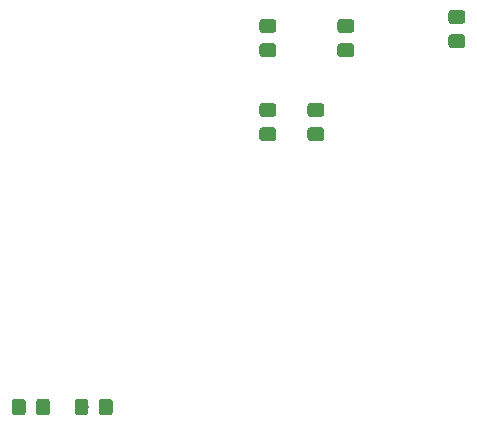
<source format=gbp>
%TF.GenerationSoftware,KiCad,Pcbnew,5.0.1*%
%TF.CreationDate,2019-02-04T17:12:45-06:00*%
%TF.ProjectId,RDP-Environmental,5244502D456E7669726F6E6D656E7461,01*%
%TF.SameCoordinates,Original*%
%TF.FileFunction,Paste,Bot*%
%TF.FilePolarity,Positive*%
%FSLAX46Y46*%
G04 Gerber Fmt 4.6, Leading zero omitted, Abs format (unit mm)*
G04 Created by KiCad (PCBNEW 5.0.1) date Mon 04 Feb 2019 05:12:45 PM CST*
%MOMM*%
%LPD*%
G01*
G04 APERTURE LIST*
%ADD10C,0.100000*%
%ADD11C,1.150000*%
G04 APERTURE END LIST*
D10*
G36*
X69562505Y-30151204D02*
X69586773Y-30154804D01*
X69610572Y-30160765D01*
X69633671Y-30169030D01*
X69655850Y-30179520D01*
X69676893Y-30192132D01*
X69696599Y-30206747D01*
X69714777Y-30223223D01*
X69731253Y-30241401D01*
X69745868Y-30261107D01*
X69758480Y-30282150D01*
X69768970Y-30304329D01*
X69777235Y-30327428D01*
X69783196Y-30351227D01*
X69786796Y-30375495D01*
X69788000Y-30399999D01*
X69788000Y-31050001D01*
X69786796Y-31074505D01*
X69783196Y-31098773D01*
X69777235Y-31122572D01*
X69768970Y-31145671D01*
X69758480Y-31167850D01*
X69745868Y-31188893D01*
X69731253Y-31208599D01*
X69714777Y-31226777D01*
X69696599Y-31243253D01*
X69676893Y-31257868D01*
X69655850Y-31270480D01*
X69633671Y-31280970D01*
X69610572Y-31289235D01*
X69586773Y-31295196D01*
X69562505Y-31298796D01*
X69538001Y-31300000D01*
X68637999Y-31300000D01*
X68613495Y-31298796D01*
X68589227Y-31295196D01*
X68565428Y-31289235D01*
X68542329Y-31280970D01*
X68520150Y-31270480D01*
X68499107Y-31257868D01*
X68479401Y-31243253D01*
X68461223Y-31226777D01*
X68444747Y-31208599D01*
X68430132Y-31188893D01*
X68417520Y-31167850D01*
X68407030Y-31145671D01*
X68398765Y-31122572D01*
X68392804Y-31098773D01*
X68389204Y-31074505D01*
X68388000Y-31050001D01*
X68388000Y-30399999D01*
X68389204Y-30375495D01*
X68392804Y-30351227D01*
X68398765Y-30327428D01*
X68407030Y-30304329D01*
X68417520Y-30282150D01*
X68430132Y-30261107D01*
X68444747Y-30241401D01*
X68461223Y-30223223D01*
X68479401Y-30206747D01*
X68499107Y-30192132D01*
X68520150Y-30179520D01*
X68542329Y-30169030D01*
X68565428Y-30160765D01*
X68589227Y-30154804D01*
X68613495Y-30151204D01*
X68637999Y-30150000D01*
X69538001Y-30150000D01*
X69562505Y-30151204D01*
X69562505Y-30151204D01*
G37*
D11*
X69088000Y-30725000D03*
D10*
G36*
X69562505Y-32201204D02*
X69586773Y-32204804D01*
X69610572Y-32210765D01*
X69633671Y-32219030D01*
X69655850Y-32229520D01*
X69676893Y-32242132D01*
X69696599Y-32256747D01*
X69714777Y-32273223D01*
X69731253Y-32291401D01*
X69745868Y-32311107D01*
X69758480Y-32332150D01*
X69768970Y-32354329D01*
X69777235Y-32377428D01*
X69783196Y-32401227D01*
X69786796Y-32425495D01*
X69788000Y-32449999D01*
X69788000Y-33100001D01*
X69786796Y-33124505D01*
X69783196Y-33148773D01*
X69777235Y-33172572D01*
X69768970Y-33195671D01*
X69758480Y-33217850D01*
X69745868Y-33238893D01*
X69731253Y-33258599D01*
X69714777Y-33276777D01*
X69696599Y-33293253D01*
X69676893Y-33307868D01*
X69655850Y-33320480D01*
X69633671Y-33330970D01*
X69610572Y-33339235D01*
X69586773Y-33345196D01*
X69562505Y-33348796D01*
X69538001Y-33350000D01*
X68637999Y-33350000D01*
X68613495Y-33348796D01*
X68589227Y-33345196D01*
X68565428Y-33339235D01*
X68542329Y-33330970D01*
X68520150Y-33320480D01*
X68499107Y-33307868D01*
X68479401Y-33293253D01*
X68461223Y-33276777D01*
X68444747Y-33258599D01*
X68430132Y-33238893D01*
X68417520Y-33217850D01*
X68407030Y-33195671D01*
X68398765Y-33172572D01*
X68392804Y-33148773D01*
X68389204Y-33124505D01*
X68388000Y-33100001D01*
X68388000Y-32449999D01*
X68389204Y-32425495D01*
X68392804Y-32401227D01*
X68398765Y-32377428D01*
X68407030Y-32354329D01*
X68417520Y-32332150D01*
X68430132Y-32311107D01*
X68444747Y-32291401D01*
X68461223Y-32273223D01*
X68479401Y-32256747D01*
X68499107Y-32242132D01*
X68520150Y-32229520D01*
X68542329Y-32219030D01*
X68565428Y-32210765D01*
X68589227Y-32204804D01*
X68613495Y-32201204D01*
X68637999Y-32200000D01*
X69538001Y-32200000D01*
X69562505Y-32201204D01*
X69562505Y-32201204D01*
G37*
D11*
X69088000Y-32775000D03*
D10*
G36*
X76166505Y-32210204D02*
X76190773Y-32213804D01*
X76214572Y-32219765D01*
X76237671Y-32228030D01*
X76259850Y-32238520D01*
X76280893Y-32251132D01*
X76300599Y-32265747D01*
X76318777Y-32282223D01*
X76335253Y-32300401D01*
X76349868Y-32320107D01*
X76362480Y-32341150D01*
X76372970Y-32363329D01*
X76381235Y-32386428D01*
X76387196Y-32410227D01*
X76390796Y-32434495D01*
X76392000Y-32458999D01*
X76392000Y-33109001D01*
X76390796Y-33133505D01*
X76387196Y-33157773D01*
X76381235Y-33181572D01*
X76372970Y-33204671D01*
X76362480Y-33226850D01*
X76349868Y-33247893D01*
X76335253Y-33267599D01*
X76318777Y-33285777D01*
X76300599Y-33302253D01*
X76280893Y-33316868D01*
X76259850Y-33329480D01*
X76237671Y-33339970D01*
X76214572Y-33348235D01*
X76190773Y-33354196D01*
X76166505Y-33357796D01*
X76142001Y-33359000D01*
X75241999Y-33359000D01*
X75217495Y-33357796D01*
X75193227Y-33354196D01*
X75169428Y-33348235D01*
X75146329Y-33339970D01*
X75124150Y-33329480D01*
X75103107Y-33316868D01*
X75083401Y-33302253D01*
X75065223Y-33285777D01*
X75048747Y-33267599D01*
X75034132Y-33247893D01*
X75021520Y-33226850D01*
X75011030Y-33204671D01*
X75002765Y-33181572D01*
X74996804Y-33157773D01*
X74993204Y-33133505D01*
X74992000Y-33109001D01*
X74992000Y-32458999D01*
X74993204Y-32434495D01*
X74996804Y-32410227D01*
X75002765Y-32386428D01*
X75011030Y-32363329D01*
X75021520Y-32341150D01*
X75034132Y-32320107D01*
X75048747Y-32300401D01*
X75065223Y-32282223D01*
X75083401Y-32265747D01*
X75103107Y-32251132D01*
X75124150Y-32238520D01*
X75146329Y-32228030D01*
X75169428Y-32219765D01*
X75193227Y-32213804D01*
X75217495Y-32210204D01*
X75241999Y-32209000D01*
X76142001Y-32209000D01*
X76166505Y-32210204D01*
X76166505Y-32210204D01*
G37*
D11*
X75692000Y-32784000D03*
D10*
G36*
X76166910Y-30160202D02*
X76191135Y-30163795D01*
X76214891Y-30169746D01*
X76237949Y-30177996D01*
X76260087Y-30188467D01*
X76281093Y-30201057D01*
X76300763Y-30215645D01*
X76318908Y-30232092D01*
X76335355Y-30250237D01*
X76349943Y-30269907D01*
X76362533Y-30290913D01*
X76373004Y-30313051D01*
X76381254Y-30336109D01*
X76387205Y-30359865D01*
X76390798Y-30384090D01*
X76392000Y-30408550D01*
X76392000Y-31059450D01*
X76390798Y-31083910D01*
X76387205Y-31108135D01*
X76381254Y-31131891D01*
X76373004Y-31154949D01*
X76362533Y-31177087D01*
X76349943Y-31198093D01*
X76335355Y-31217763D01*
X76318908Y-31235908D01*
X76300763Y-31252355D01*
X76281093Y-31266943D01*
X76260087Y-31279533D01*
X76237949Y-31290004D01*
X76214891Y-31298254D01*
X76191135Y-31304205D01*
X76166910Y-31307798D01*
X76142450Y-31309000D01*
X75241550Y-31309000D01*
X75217090Y-31307798D01*
X75192865Y-31304205D01*
X75169109Y-31298254D01*
X75146051Y-31290004D01*
X75123913Y-31279533D01*
X75102907Y-31266943D01*
X75083237Y-31252355D01*
X75065092Y-31235908D01*
X75048645Y-31217763D01*
X75034057Y-31198093D01*
X75021467Y-31177087D01*
X75010996Y-31154949D01*
X75002746Y-31131891D01*
X74996795Y-31108135D01*
X74993202Y-31083910D01*
X74992000Y-31059450D01*
X74992000Y-30408550D01*
X74993202Y-30384090D01*
X74996795Y-30359865D01*
X75002746Y-30336109D01*
X75010996Y-30313051D01*
X75021467Y-30290913D01*
X75034057Y-30269907D01*
X75048645Y-30250237D01*
X75065092Y-30232092D01*
X75083237Y-30215645D01*
X75102907Y-30201057D01*
X75123913Y-30188467D01*
X75146051Y-30177996D01*
X75169109Y-30169746D01*
X75192865Y-30163795D01*
X75217090Y-30160202D01*
X75241550Y-30159000D01*
X76142450Y-30159000D01*
X76166910Y-30160202D01*
X76166910Y-30160202D01*
G37*
D11*
X75692000Y-30734000D03*
D10*
G36*
X69562505Y-37272204D02*
X69586773Y-37275804D01*
X69610572Y-37281765D01*
X69633671Y-37290030D01*
X69655850Y-37300520D01*
X69676893Y-37313132D01*
X69696599Y-37327747D01*
X69714777Y-37344223D01*
X69731253Y-37362401D01*
X69745868Y-37382107D01*
X69758480Y-37403150D01*
X69768970Y-37425329D01*
X69777235Y-37448428D01*
X69783196Y-37472227D01*
X69786796Y-37496495D01*
X69788000Y-37520999D01*
X69788000Y-38171001D01*
X69786796Y-38195505D01*
X69783196Y-38219773D01*
X69777235Y-38243572D01*
X69768970Y-38266671D01*
X69758480Y-38288850D01*
X69745868Y-38309893D01*
X69731253Y-38329599D01*
X69714777Y-38347777D01*
X69696599Y-38364253D01*
X69676893Y-38378868D01*
X69655850Y-38391480D01*
X69633671Y-38401970D01*
X69610572Y-38410235D01*
X69586773Y-38416196D01*
X69562505Y-38419796D01*
X69538001Y-38421000D01*
X68637999Y-38421000D01*
X68613495Y-38419796D01*
X68589227Y-38416196D01*
X68565428Y-38410235D01*
X68542329Y-38401970D01*
X68520150Y-38391480D01*
X68499107Y-38378868D01*
X68479401Y-38364253D01*
X68461223Y-38347777D01*
X68444747Y-38329599D01*
X68430132Y-38309893D01*
X68417520Y-38288850D01*
X68407030Y-38266671D01*
X68398765Y-38243572D01*
X68392804Y-38219773D01*
X68389204Y-38195505D01*
X68388000Y-38171001D01*
X68388000Y-37520999D01*
X68389204Y-37496495D01*
X68392804Y-37472227D01*
X68398765Y-37448428D01*
X68407030Y-37425329D01*
X68417520Y-37403150D01*
X68430132Y-37382107D01*
X68444747Y-37362401D01*
X68461223Y-37344223D01*
X68479401Y-37327747D01*
X68499107Y-37313132D01*
X68520150Y-37300520D01*
X68542329Y-37290030D01*
X68565428Y-37281765D01*
X68589227Y-37275804D01*
X68613495Y-37272204D01*
X68637999Y-37271000D01*
X69538001Y-37271000D01*
X69562505Y-37272204D01*
X69562505Y-37272204D01*
G37*
D11*
X69088000Y-37846000D03*
D10*
G36*
X69562505Y-39322204D02*
X69586773Y-39325804D01*
X69610572Y-39331765D01*
X69633671Y-39340030D01*
X69655850Y-39350520D01*
X69676893Y-39363132D01*
X69696599Y-39377747D01*
X69714777Y-39394223D01*
X69731253Y-39412401D01*
X69745868Y-39432107D01*
X69758480Y-39453150D01*
X69768970Y-39475329D01*
X69777235Y-39498428D01*
X69783196Y-39522227D01*
X69786796Y-39546495D01*
X69788000Y-39570999D01*
X69788000Y-40221001D01*
X69786796Y-40245505D01*
X69783196Y-40269773D01*
X69777235Y-40293572D01*
X69768970Y-40316671D01*
X69758480Y-40338850D01*
X69745868Y-40359893D01*
X69731253Y-40379599D01*
X69714777Y-40397777D01*
X69696599Y-40414253D01*
X69676893Y-40428868D01*
X69655850Y-40441480D01*
X69633671Y-40451970D01*
X69610572Y-40460235D01*
X69586773Y-40466196D01*
X69562505Y-40469796D01*
X69538001Y-40471000D01*
X68637999Y-40471000D01*
X68613495Y-40469796D01*
X68589227Y-40466196D01*
X68565428Y-40460235D01*
X68542329Y-40451970D01*
X68520150Y-40441480D01*
X68499107Y-40428868D01*
X68479401Y-40414253D01*
X68461223Y-40397777D01*
X68444747Y-40379599D01*
X68430132Y-40359893D01*
X68417520Y-40338850D01*
X68407030Y-40316671D01*
X68398765Y-40293572D01*
X68392804Y-40269773D01*
X68389204Y-40245505D01*
X68388000Y-40221001D01*
X68388000Y-39570999D01*
X68389204Y-39546495D01*
X68392804Y-39522227D01*
X68398765Y-39498428D01*
X68407030Y-39475329D01*
X68417520Y-39453150D01*
X68430132Y-39432107D01*
X68444747Y-39412401D01*
X68461223Y-39394223D01*
X68479401Y-39377747D01*
X68499107Y-39363132D01*
X68520150Y-39350520D01*
X68542329Y-39340030D01*
X68565428Y-39331765D01*
X68589227Y-39325804D01*
X68613495Y-39322204D01*
X68637999Y-39321000D01*
X69538001Y-39321000D01*
X69562505Y-39322204D01*
X69562505Y-39322204D01*
G37*
D11*
X69088000Y-39896000D03*
D10*
G36*
X73626505Y-39313204D02*
X73650773Y-39316804D01*
X73674572Y-39322765D01*
X73697671Y-39331030D01*
X73719850Y-39341520D01*
X73740893Y-39354132D01*
X73760599Y-39368747D01*
X73778777Y-39385223D01*
X73795253Y-39403401D01*
X73809868Y-39423107D01*
X73822480Y-39444150D01*
X73832970Y-39466329D01*
X73841235Y-39489428D01*
X73847196Y-39513227D01*
X73850796Y-39537495D01*
X73852000Y-39561999D01*
X73852000Y-40212001D01*
X73850796Y-40236505D01*
X73847196Y-40260773D01*
X73841235Y-40284572D01*
X73832970Y-40307671D01*
X73822480Y-40329850D01*
X73809868Y-40350893D01*
X73795253Y-40370599D01*
X73778777Y-40388777D01*
X73760599Y-40405253D01*
X73740893Y-40419868D01*
X73719850Y-40432480D01*
X73697671Y-40442970D01*
X73674572Y-40451235D01*
X73650773Y-40457196D01*
X73626505Y-40460796D01*
X73602001Y-40462000D01*
X72701999Y-40462000D01*
X72677495Y-40460796D01*
X72653227Y-40457196D01*
X72629428Y-40451235D01*
X72606329Y-40442970D01*
X72584150Y-40432480D01*
X72563107Y-40419868D01*
X72543401Y-40405253D01*
X72525223Y-40388777D01*
X72508747Y-40370599D01*
X72494132Y-40350893D01*
X72481520Y-40329850D01*
X72471030Y-40307671D01*
X72462765Y-40284572D01*
X72456804Y-40260773D01*
X72453204Y-40236505D01*
X72452000Y-40212001D01*
X72452000Y-39561999D01*
X72453204Y-39537495D01*
X72456804Y-39513227D01*
X72462765Y-39489428D01*
X72471030Y-39466329D01*
X72481520Y-39444150D01*
X72494132Y-39423107D01*
X72508747Y-39403401D01*
X72525223Y-39385223D01*
X72543401Y-39368747D01*
X72563107Y-39354132D01*
X72584150Y-39341520D01*
X72606329Y-39331030D01*
X72629428Y-39322765D01*
X72653227Y-39316804D01*
X72677495Y-39313204D01*
X72701999Y-39312000D01*
X73602001Y-39312000D01*
X73626505Y-39313204D01*
X73626505Y-39313204D01*
G37*
D11*
X73152000Y-39887000D03*
D10*
G36*
X73626505Y-37263204D02*
X73650773Y-37266804D01*
X73674572Y-37272765D01*
X73697671Y-37281030D01*
X73719850Y-37291520D01*
X73740893Y-37304132D01*
X73760599Y-37318747D01*
X73778777Y-37335223D01*
X73795253Y-37353401D01*
X73809868Y-37373107D01*
X73822480Y-37394150D01*
X73832970Y-37416329D01*
X73841235Y-37439428D01*
X73847196Y-37463227D01*
X73850796Y-37487495D01*
X73852000Y-37511999D01*
X73852000Y-38162001D01*
X73850796Y-38186505D01*
X73847196Y-38210773D01*
X73841235Y-38234572D01*
X73832970Y-38257671D01*
X73822480Y-38279850D01*
X73809868Y-38300893D01*
X73795253Y-38320599D01*
X73778777Y-38338777D01*
X73760599Y-38355253D01*
X73740893Y-38369868D01*
X73719850Y-38382480D01*
X73697671Y-38392970D01*
X73674572Y-38401235D01*
X73650773Y-38407196D01*
X73626505Y-38410796D01*
X73602001Y-38412000D01*
X72701999Y-38412000D01*
X72677495Y-38410796D01*
X72653227Y-38407196D01*
X72629428Y-38401235D01*
X72606329Y-38392970D01*
X72584150Y-38382480D01*
X72563107Y-38369868D01*
X72543401Y-38355253D01*
X72525223Y-38338777D01*
X72508747Y-38320599D01*
X72494132Y-38300893D01*
X72481520Y-38279850D01*
X72471030Y-38257671D01*
X72462765Y-38234572D01*
X72456804Y-38210773D01*
X72453204Y-38186505D01*
X72452000Y-38162001D01*
X72452000Y-37511999D01*
X72453204Y-37487495D01*
X72456804Y-37463227D01*
X72462765Y-37439428D01*
X72471030Y-37416329D01*
X72481520Y-37394150D01*
X72494132Y-37373107D01*
X72508747Y-37353401D01*
X72525223Y-37335223D01*
X72543401Y-37318747D01*
X72563107Y-37304132D01*
X72584150Y-37291520D01*
X72606329Y-37281030D01*
X72629428Y-37272765D01*
X72653227Y-37266804D01*
X72677495Y-37263204D01*
X72701999Y-37262000D01*
X73602001Y-37262000D01*
X73626505Y-37263204D01*
X73626505Y-37263204D01*
G37*
D11*
X73152000Y-37837000D03*
D10*
G36*
X85564505Y-31439204D02*
X85588773Y-31442804D01*
X85612572Y-31448765D01*
X85635671Y-31457030D01*
X85657850Y-31467520D01*
X85678893Y-31480132D01*
X85698599Y-31494747D01*
X85716777Y-31511223D01*
X85733253Y-31529401D01*
X85747868Y-31549107D01*
X85760480Y-31570150D01*
X85770970Y-31592329D01*
X85779235Y-31615428D01*
X85785196Y-31639227D01*
X85788796Y-31663495D01*
X85790000Y-31687999D01*
X85790000Y-32338001D01*
X85788796Y-32362505D01*
X85785196Y-32386773D01*
X85779235Y-32410572D01*
X85770970Y-32433671D01*
X85760480Y-32455850D01*
X85747868Y-32476893D01*
X85733253Y-32496599D01*
X85716777Y-32514777D01*
X85698599Y-32531253D01*
X85678893Y-32545868D01*
X85657850Y-32558480D01*
X85635671Y-32568970D01*
X85612572Y-32577235D01*
X85588773Y-32583196D01*
X85564505Y-32586796D01*
X85540001Y-32588000D01*
X84639999Y-32588000D01*
X84615495Y-32586796D01*
X84591227Y-32583196D01*
X84567428Y-32577235D01*
X84544329Y-32568970D01*
X84522150Y-32558480D01*
X84501107Y-32545868D01*
X84481401Y-32531253D01*
X84463223Y-32514777D01*
X84446747Y-32496599D01*
X84432132Y-32476893D01*
X84419520Y-32455850D01*
X84409030Y-32433671D01*
X84400765Y-32410572D01*
X84394804Y-32386773D01*
X84391204Y-32362505D01*
X84390000Y-32338001D01*
X84390000Y-31687999D01*
X84391204Y-31663495D01*
X84394804Y-31639227D01*
X84400765Y-31615428D01*
X84409030Y-31592329D01*
X84419520Y-31570150D01*
X84432132Y-31549107D01*
X84446747Y-31529401D01*
X84463223Y-31511223D01*
X84481401Y-31494747D01*
X84501107Y-31480132D01*
X84522150Y-31467520D01*
X84544329Y-31457030D01*
X84567428Y-31448765D01*
X84591227Y-31442804D01*
X84615495Y-31439204D01*
X84639999Y-31438000D01*
X85540001Y-31438000D01*
X85564505Y-31439204D01*
X85564505Y-31439204D01*
G37*
D11*
X85090000Y-32013000D03*
D10*
G36*
X85564505Y-29389204D02*
X85588773Y-29392804D01*
X85612572Y-29398765D01*
X85635671Y-29407030D01*
X85657850Y-29417520D01*
X85678893Y-29430132D01*
X85698599Y-29444747D01*
X85716777Y-29461223D01*
X85733253Y-29479401D01*
X85747868Y-29499107D01*
X85760480Y-29520150D01*
X85770970Y-29542329D01*
X85779235Y-29565428D01*
X85785196Y-29589227D01*
X85788796Y-29613495D01*
X85790000Y-29637999D01*
X85790000Y-30288001D01*
X85788796Y-30312505D01*
X85785196Y-30336773D01*
X85779235Y-30360572D01*
X85770970Y-30383671D01*
X85760480Y-30405850D01*
X85747868Y-30426893D01*
X85733253Y-30446599D01*
X85716777Y-30464777D01*
X85698599Y-30481253D01*
X85678893Y-30495868D01*
X85657850Y-30508480D01*
X85635671Y-30518970D01*
X85612572Y-30527235D01*
X85588773Y-30533196D01*
X85564505Y-30536796D01*
X85540001Y-30538000D01*
X84639999Y-30538000D01*
X84615495Y-30536796D01*
X84591227Y-30533196D01*
X84567428Y-30527235D01*
X84544329Y-30518970D01*
X84522150Y-30508480D01*
X84501107Y-30495868D01*
X84481401Y-30481253D01*
X84463223Y-30464777D01*
X84446747Y-30446599D01*
X84432132Y-30426893D01*
X84419520Y-30405850D01*
X84409030Y-30383671D01*
X84400765Y-30360572D01*
X84394804Y-30336773D01*
X84391204Y-30312505D01*
X84390000Y-30288001D01*
X84390000Y-29637999D01*
X84391204Y-29613495D01*
X84394804Y-29589227D01*
X84400765Y-29565428D01*
X84409030Y-29542329D01*
X84419520Y-29520150D01*
X84432132Y-29499107D01*
X84446747Y-29479401D01*
X84463223Y-29461223D01*
X84481401Y-29444747D01*
X84501107Y-29430132D01*
X84522150Y-29417520D01*
X84544329Y-29407030D01*
X84567428Y-29398765D01*
X84591227Y-29392804D01*
X84615495Y-29389204D01*
X84639999Y-29388000D01*
X85540001Y-29388000D01*
X85564505Y-29389204D01*
X85564505Y-29389204D01*
G37*
D11*
X85090000Y-29963000D03*
D10*
G36*
X53671505Y-62293204D02*
X53695773Y-62296804D01*
X53719572Y-62302765D01*
X53742671Y-62311030D01*
X53764850Y-62321520D01*
X53785893Y-62334132D01*
X53805599Y-62348747D01*
X53823777Y-62365223D01*
X53840253Y-62383401D01*
X53854868Y-62403107D01*
X53867480Y-62424150D01*
X53877970Y-62446329D01*
X53886235Y-62469428D01*
X53892196Y-62493227D01*
X53895796Y-62517495D01*
X53897000Y-62541999D01*
X53897000Y-63442001D01*
X53895796Y-63466505D01*
X53892196Y-63490773D01*
X53886235Y-63514572D01*
X53877970Y-63537671D01*
X53867480Y-63559850D01*
X53854868Y-63580893D01*
X53840253Y-63600599D01*
X53823777Y-63618777D01*
X53805599Y-63635253D01*
X53785893Y-63649868D01*
X53764850Y-63662480D01*
X53742671Y-63672970D01*
X53719572Y-63681235D01*
X53695773Y-63687196D01*
X53671505Y-63690796D01*
X53647001Y-63692000D01*
X52996999Y-63692000D01*
X52972495Y-63690796D01*
X52948227Y-63687196D01*
X52924428Y-63681235D01*
X52901329Y-63672970D01*
X52879150Y-63662480D01*
X52858107Y-63649868D01*
X52838401Y-63635253D01*
X52820223Y-63618777D01*
X52803747Y-63600599D01*
X52789132Y-63580893D01*
X52776520Y-63559850D01*
X52766030Y-63537671D01*
X52757765Y-63514572D01*
X52751804Y-63490773D01*
X52748204Y-63466505D01*
X52747000Y-63442001D01*
X52747000Y-62541999D01*
X52748204Y-62517495D01*
X52751804Y-62493227D01*
X52757765Y-62469428D01*
X52766030Y-62446329D01*
X52776520Y-62424150D01*
X52789132Y-62403107D01*
X52803747Y-62383401D01*
X52820223Y-62365223D01*
X52838401Y-62348747D01*
X52858107Y-62334132D01*
X52879150Y-62321520D01*
X52901329Y-62311030D01*
X52924428Y-62302765D01*
X52948227Y-62296804D01*
X52972495Y-62293204D01*
X52996999Y-62292000D01*
X53647001Y-62292000D01*
X53671505Y-62293204D01*
X53671505Y-62293204D01*
G37*
D11*
X53322000Y-62992000D03*
D10*
G36*
X55721505Y-62293204D02*
X55745773Y-62296804D01*
X55769572Y-62302765D01*
X55792671Y-62311030D01*
X55814850Y-62321520D01*
X55835893Y-62334132D01*
X55855599Y-62348747D01*
X55873777Y-62365223D01*
X55890253Y-62383401D01*
X55904868Y-62403107D01*
X55917480Y-62424150D01*
X55927970Y-62446329D01*
X55936235Y-62469428D01*
X55942196Y-62493227D01*
X55945796Y-62517495D01*
X55947000Y-62541999D01*
X55947000Y-63442001D01*
X55945796Y-63466505D01*
X55942196Y-63490773D01*
X55936235Y-63514572D01*
X55927970Y-63537671D01*
X55917480Y-63559850D01*
X55904868Y-63580893D01*
X55890253Y-63600599D01*
X55873777Y-63618777D01*
X55855599Y-63635253D01*
X55835893Y-63649868D01*
X55814850Y-63662480D01*
X55792671Y-63672970D01*
X55769572Y-63681235D01*
X55745773Y-63687196D01*
X55721505Y-63690796D01*
X55697001Y-63692000D01*
X55046999Y-63692000D01*
X55022495Y-63690796D01*
X54998227Y-63687196D01*
X54974428Y-63681235D01*
X54951329Y-63672970D01*
X54929150Y-63662480D01*
X54908107Y-63649868D01*
X54888401Y-63635253D01*
X54870223Y-63618777D01*
X54853747Y-63600599D01*
X54839132Y-63580893D01*
X54826520Y-63559850D01*
X54816030Y-63537671D01*
X54807765Y-63514572D01*
X54801804Y-63490773D01*
X54798204Y-63466505D01*
X54797000Y-63442001D01*
X54797000Y-62541999D01*
X54798204Y-62517495D01*
X54801804Y-62493227D01*
X54807765Y-62469428D01*
X54816030Y-62446329D01*
X54826520Y-62424150D01*
X54839132Y-62403107D01*
X54853747Y-62383401D01*
X54870223Y-62365223D01*
X54888401Y-62348747D01*
X54908107Y-62334132D01*
X54929150Y-62321520D01*
X54951329Y-62311030D01*
X54974428Y-62302765D01*
X54998227Y-62296804D01*
X55022495Y-62293204D01*
X55046999Y-62292000D01*
X55697001Y-62292000D01*
X55721505Y-62293204D01*
X55721505Y-62293204D01*
G37*
D11*
X55372000Y-62992000D03*
D10*
G36*
X50405505Y-62293204D02*
X50429773Y-62296804D01*
X50453572Y-62302765D01*
X50476671Y-62311030D01*
X50498850Y-62321520D01*
X50519893Y-62334132D01*
X50539599Y-62348747D01*
X50557777Y-62365223D01*
X50574253Y-62383401D01*
X50588868Y-62403107D01*
X50601480Y-62424150D01*
X50611970Y-62446329D01*
X50620235Y-62469428D01*
X50626196Y-62493227D01*
X50629796Y-62517495D01*
X50631000Y-62541999D01*
X50631000Y-63442001D01*
X50629796Y-63466505D01*
X50626196Y-63490773D01*
X50620235Y-63514572D01*
X50611970Y-63537671D01*
X50601480Y-63559850D01*
X50588868Y-63580893D01*
X50574253Y-63600599D01*
X50557777Y-63618777D01*
X50539599Y-63635253D01*
X50519893Y-63649868D01*
X50498850Y-63662480D01*
X50476671Y-63672970D01*
X50453572Y-63681235D01*
X50429773Y-63687196D01*
X50405505Y-63690796D01*
X50381001Y-63692000D01*
X49730999Y-63692000D01*
X49706495Y-63690796D01*
X49682227Y-63687196D01*
X49658428Y-63681235D01*
X49635329Y-63672970D01*
X49613150Y-63662480D01*
X49592107Y-63649868D01*
X49572401Y-63635253D01*
X49554223Y-63618777D01*
X49537747Y-63600599D01*
X49523132Y-63580893D01*
X49510520Y-63559850D01*
X49500030Y-63537671D01*
X49491765Y-63514572D01*
X49485804Y-63490773D01*
X49482204Y-63466505D01*
X49481000Y-63442001D01*
X49481000Y-62541999D01*
X49482204Y-62517495D01*
X49485804Y-62493227D01*
X49491765Y-62469428D01*
X49500030Y-62446329D01*
X49510520Y-62424150D01*
X49523132Y-62403107D01*
X49537747Y-62383401D01*
X49554223Y-62365223D01*
X49572401Y-62348747D01*
X49592107Y-62334132D01*
X49613150Y-62321520D01*
X49635329Y-62311030D01*
X49658428Y-62302765D01*
X49682227Y-62296804D01*
X49706495Y-62293204D01*
X49730999Y-62292000D01*
X50381001Y-62292000D01*
X50405505Y-62293204D01*
X50405505Y-62293204D01*
G37*
D11*
X50056000Y-62992000D03*
D10*
G36*
X48355505Y-62293204D02*
X48379773Y-62296804D01*
X48403572Y-62302765D01*
X48426671Y-62311030D01*
X48448850Y-62321520D01*
X48469893Y-62334132D01*
X48489599Y-62348747D01*
X48507777Y-62365223D01*
X48524253Y-62383401D01*
X48538868Y-62403107D01*
X48551480Y-62424150D01*
X48561970Y-62446329D01*
X48570235Y-62469428D01*
X48576196Y-62493227D01*
X48579796Y-62517495D01*
X48581000Y-62541999D01*
X48581000Y-63442001D01*
X48579796Y-63466505D01*
X48576196Y-63490773D01*
X48570235Y-63514572D01*
X48561970Y-63537671D01*
X48551480Y-63559850D01*
X48538868Y-63580893D01*
X48524253Y-63600599D01*
X48507777Y-63618777D01*
X48489599Y-63635253D01*
X48469893Y-63649868D01*
X48448850Y-63662480D01*
X48426671Y-63672970D01*
X48403572Y-63681235D01*
X48379773Y-63687196D01*
X48355505Y-63690796D01*
X48331001Y-63692000D01*
X47680999Y-63692000D01*
X47656495Y-63690796D01*
X47632227Y-63687196D01*
X47608428Y-63681235D01*
X47585329Y-63672970D01*
X47563150Y-63662480D01*
X47542107Y-63649868D01*
X47522401Y-63635253D01*
X47504223Y-63618777D01*
X47487747Y-63600599D01*
X47473132Y-63580893D01*
X47460520Y-63559850D01*
X47450030Y-63537671D01*
X47441765Y-63514572D01*
X47435804Y-63490773D01*
X47432204Y-63466505D01*
X47431000Y-63442001D01*
X47431000Y-62541999D01*
X47432204Y-62517495D01*
X47435804Y-62493227D01*
X47441765Y-62469428D01*
X47450030Y-62446329D01*
X47460520Y-62424150D01*
X47473132Y-62403107D01*
X47487747Y-62383401D01*
X47504223Y-62365223D01*
X47522401Y-62348747D01*
X47542107Y-62334132D01*
X47563150Y-62321520D01*
X47585329Y-62311030D01*
X47608428Y-62302765D01*
X47632227Y-62296804D01*
X47656495Y-62293204D01*
X47680999Y-62292000D01*
X48331001Y-62292000D01*
X48355505Y-62293204D01*
X48355505Y-62293204D01*
G37*
D11*
X48006000Y-62992000D03*
M02*

</source>
